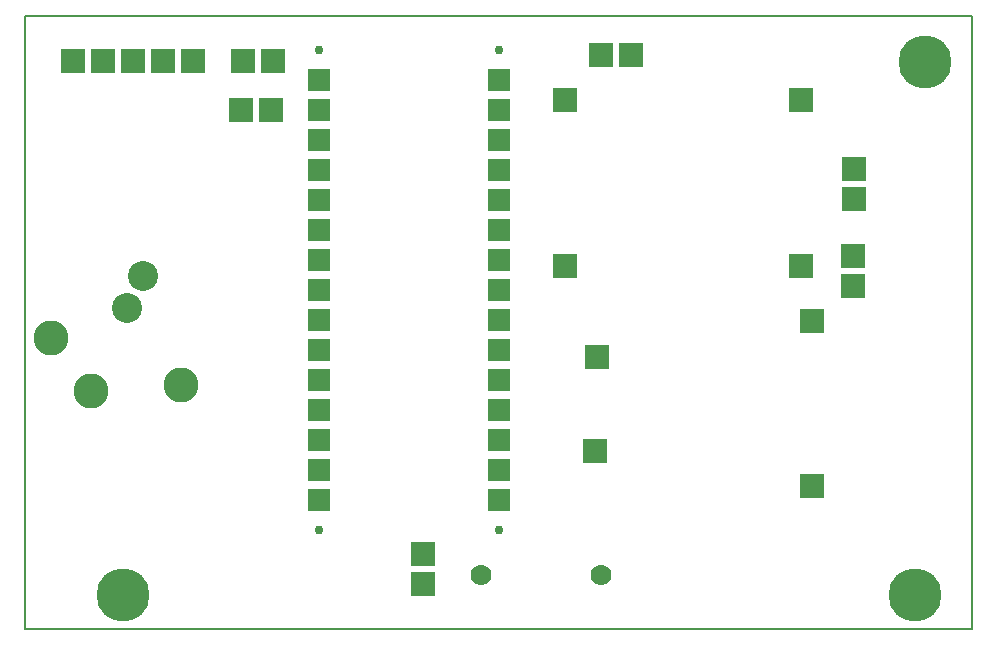
<source format=gbr>
G04 PROTEUS GERBER X2 FILE*
%TF.GenerationSoftware,Labcenter,Proteus,8.9-SP0-Build27865*%
%TF.CreationDate,2021-05-25T10:57:55+00:00*%
%TF.FileFunction,Copper,L1,Top*%
%TF.FilePolarity,Positive*%
%TF.Part,Single*%
%TF.SameCoordinates,{e29b0117-a318-4933-b090-4e5cc44ef503}*%
%FSLAX45Y45*%
%MOMM*%
G01*
%TA.AperFunction,ComponentPad*%
%ADD10R,1.905000X1.905000*%
%ADD11C,0.762000*%
%TA.AperFunction,ComponentPad*%
%ADD12C,2.960000*%
%ADD13C,2.540000*%
%ADD14R,2.032000X2.032000*%
%TA.AperFunction,ComponentPad*%
%ADD15C,1.778000*%
%TA.AperFunction,OtherPad,Unknown*%
%ADD16C,4.500000*%
%TA.AperFunction,Profile*%
%ADD17C,0.203200*%
%TD.AperFunction*%
D10*
X-1710000Y+8720000D03*
X-1710000Y+8466000D03*
X-1710000Y+8212000D03*
X-1710000Y+7958000D03*
X-1710000Y+7704000D03*
X-1710000Y+7450000D03*
X-1710000Y+7196000D03*
X-1710000Y+6942000D03*
X-1710000Y+6688000D03*
X-1710000Y+6434000D03*
X-1710000Y+6180000D03*
X-1710000Y+5926000D03*
X-1710000Y+5672000D03*
X-1710000Y+5418000D03*
X-1710000Y+5164000D03*
X-186000Y+8720000D03*
X-186000Y+8466000D03*
X-186000Y+8212000D03*
X-186000Y+7958000D03*
X-186000Y+7704000D03*
X-186000Y+7450000D03*
X-186000Y+7196000D03*
X-186000Y+6942000D03*
X-186000Y+6688000D03*
X-186000Y+6434000D03*
X-186000Y+6180000D03*
X-186000Y+5926000D03*
X-186000Y+5672000D03*
X-186000Y+5418000D03*
X-186000Y+5164000D03*
D11*
X-1710000Y+8974000D03*
X-1710000Y+4910000D03*
X-186000Y+4910000D03*
X-186000Y+8974000D03*
D12*
X-3980000Y+6540000D03*
D13*
X-3200000Y+7060000D03*
X-3340000Y+6790000D03*
D12*
X-2880000Y+6140000D03*
X-3640000Y+6090000D03*
D14*
X-3790000Y+8880000D03*
X-3536000Y+8880000D03*
X-3282000Y+8880000D03*
X-3028000Y+8880000D03*
X-2774000Y+8880000D03*
X-2100000Y+8880000D03*
X-2354000Y+8880000D03*
X-2370000Y+8470000D03*
X-2116000Y+8470000D03*
X+370000Y+7150000D03*
X+370000Y+8550000D03*
X+2370000Y+8550000D03*
X+2370000Y+7150000D03*
X+2460000Y+6680000D03*
X+2460000Y+5280000D03*
X+630000Y+5580000D03*
X+640000Y+6380000D03*
X+2820000Y+7710000D03*
X+2820000Y+7964000D03*
X+680000Y+8930000D03*
X+934000Y+8930000D03*
X+2810000Y+6980000D03*
X+2810000Y+7234000D03*
D15*
X+680000Y+4530000D03*
X-336000Y+4530000D03*
D14*
X-830000Y+4451251D03*
X-830000Y+4705251D03*
D16*
X-3370000Y+4360000D03*
X+3340000Y+4360000D03*
X+3420000Y+8870000D03*
D17*
X-4200000Y+4070000D02*
X+3820000Y+4070000D01*
X+3820000Y+9260000D01*
X-4200000Y+9260000D01*
X-4200000Y+4070000D01*
M02*

</source>
